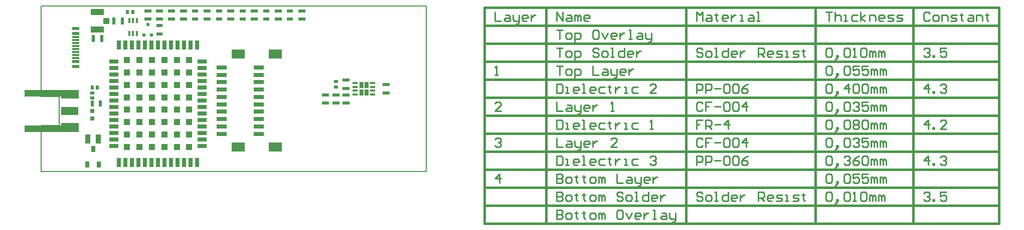
<source format=gtp>
G04*
G04 #@! TF.GenerationSoftware,Altium Limited,Altium Designer,23.10.1 (27)*
G04*
G04 Layer_Color=8421504*
%FSLAX44Y44*%
%MOMM*%
G71*
G04*
G04 #@! TF.SameCoordinates,12E47488-CEE1-414F-AB97-9C1FAA11A261*
G04*
G04*
G04 #@! TF.FilePolarity,Positive*
G04*
G01*
G75*
%ADD10C,0.2540*%
%ADD11C,0.2000*%
%ADD15C,0.3810*%
%ADD16R,1.1500X0.3000*%
%ADD17R,1.1500X0.6000*%
%ADD18R,1.8000X0.7000*%
%ADD19R,2.2000X1.6000*%
%ADD20R,0.8500X0.3500*%
%ADD21R,0.6500X1.0000*%
%ADD22R,2.9200X1.3500*%
%ADD23R,0.5000X0.6500*%
%ADD24R,0.6500X0.5000*%
%ADD25R,0.6000X0.6000*%
%ADD26R,1.2000X0.5500*%
%ADD27R,0.7000X0.8000*%
%ADD28R,0.5500X1.2000*%
%ADD29R,1.0000X0.5500*%
%ADD30R,1.5000X0.8000*%
%ADD31R,0.8000X1.5000*%
%ADD32R,1.1000X1.1000*%
%ADD33R,0.5500X1.0000*%
%ADD34R,0.8000X1.0000*%
%ADD35R,0.9000X1.5000*%
%ADD36R,0.3500X0.8500*%
%ADD37R,1.0500X1.0000*%
%ADD38R,2.2000X1.0500*%
G36*
X33800Y77750D02*
Y81650D01*
X63000D01*
Y67150D01*
X-28400D01*
Y77750D01*
X33800D01*
D02*
G37*
G36*
X63000Y137850D02*
Y123350D01*
X33800D01*
Y127250D01*
X-28400D01*
Y137850D01*
X63000D01*
D02*
G37*
D10*
X766007Y270185D02*
Y254950D01*
X776164D01*
X783781Y265107D02*
X788860D01*
X791399Y262568D01*
Y254950D01*
X783781D01*
X781242Y257489D01*
X783781Y260028D01*
X791399D01*
X796477Y265107D02*
Y257489D01*
X799016Y254950D01*
X806634D01*
Y252411D01*
X804095Y249872D01*
X801556D01*
X806634Y254950D02*
Y265107D01*
X819330Y254950D02*
X814251D01*
X811712Y257489D01*
Y262568D01*
X814251Y265107D01*
X819330D01*
X821869Y262568D01*
Y260028D01*
X811712D01*
X826947Y265107D02*
Y254950D01*
Y260028D01*
X829487Y262568D01*
X832026Y265107D01*
X834565D01*
X773625Y-19370D02*
Y-4135D01*
X766007Y-11753D01*
X776164D01*
X766007Y54286D02*
X768546Y56825D01*
X773625D01*
X776164Y54286D01*
Y51747D01*
X773625Y49208D01*
X771085D01*
X773625D01*
X776164Y46668D01*
Y44129D01*
X773625Y41590D01*
X768546D01*
X766007Y44129D01*
X776164Y102550D02*
X766007D01*
X776164Y112707D01*
Y115246D01*
X773625Y117785D01*
X768546D01*
X766007Y115246D01*
Y163510D02*
X771085D01*
X768546D01*
Y178745D01*
X766007Y176206D01*
X870125Y254950D02*
Y270185D01*
X880282Y254950D01*
Y270185D01*
X887899Y265107D02*
X892978D01*
X895517Y262568D01*
Y254950D01*
X887899D01*
X885360Y257489D01*
X887899Y260028D01*
X895517D01*
X900595Y254950D02*
Y265107D01*
X903134D01*
X905673Y262568D01*
Y254950D01*
Y262568D01*
X908213Y265107D01*
X910752Y262568D01*
Y254950D01*
X923448D02*
X918369D01*
X915830Y257489D01*
Y262568D01*
X918369Y265107D01*
X923448D01*
X925987Y262568D01*
Y260028D01*
X915830D01*
X870125Y-65095D02*
Y-80330D01*
X877742D01*
X880282Y-77791D01*
Y-75252D01*
X877742Y-72712D01*
X870125D01*
X877742D01*
X880282Y-70173D01*
Y-67634D01*
X877742Y-65095D01*
X870125D01*
X887899Y-80330D02*
X892978D01*
X895517Y-77791D01*
Y-72712D01*
X892978Y-70173D01*
X887899D01*
X885360Y-72712D01*
Y-77791D01*
X887899Y-80330D01*
X903134Y-67634D02*
Y-70173D01*
X900595D01*
X905673D01*
X903134D01*
Y-77791D01*
X905673Y-80330D01*
X915830Y-67634D02*
Y-70173D01*
X913291D01*
X918369D01*
X915830D01*
Y-77791D01*
X918369Y-80330D01*
X928526D02*
X933604D01*
X936143Y-77791D01*
Y-72712D01*
X933604Y-70173D01*
X928526D01*
X925987Y-72712D01*
Y-77791D01*
X928526Y-80330D01*
X941222D02*
Y-70173D01*
X943761D01*
X946300Y-72712D01*
Y-80330D01*
Y-72712D01*
X948839Y-70173D01*
X951379Y-72712D01*
Y-80330D01*
X979310Y-65095D02*
X974231D01*
X971692Y-67634D01*
Y-77791D01*
X974231Y-80330D01*
X979310D01*
X981849Y-77791D01*
Y-67634D01*
X979310Y-65095D01*
X986927Y-70173D02*
X992005Y-80330D01*
X997084Y-70173D01*
X1009780Y-80330D02*
X1004701D01*
X1002162Y-77791D01*
Y-72712D01*
X1004701Y-70173D01*
X1009780D01*
X1012319Y-72712D01*
Y-75252D01*
X1002162D01*
X1017397Y-70173D02*
Y-80330D01*
Y-75252D01*
X1019936Y-72712D01*
X1022476Y-70173D01*
X1025015D01*
X1032632Y-80330D02*
X1037711D01*
X1035172D01*
Y-65095D01*
X1032632D01*
X1047867Y-70173D02*
X1052946D01*
X1055485Y-72712D01*
Y-80330D01*
X1047867D01*
X1045328Y-77791D01*
X1047867Y-75252D01*
X1055485D01*
X1060563Y-70173D02*
Y-77791D01*
X1063102Y-80330D01*
X1070720D01*
Y-82869D01*
X1068181Y-85408D01*
X1065642D01*
X1070720Y-80330D02*
Y-70173D01*
X870125Y-34615D02*
Y-49850D01*
X877742D01*
X880282Y-47311D01*
Y-44772D01*
X877742Y-42232D01*
X870125D01*
X877742D01*
X880282Y-39693D01*
Y-37154D01*
X877742Y-34615D01*
X870125D01*
X887899Y-49850D02*
X892978D01*
X895517Y-47311D01*
Y-42232D01*
X892978Y-39693D01*
X887899D01*
X885360Y-42232D01*
Y-47311D01*
X887899Y-49850D01*
X903134Y-37154D02*
Y-39693D01*
X900595D01*
X905673D01*
X903134D01*
Y-47311D01*
X905673Y-49850D01*
X915830Y-37154D02*
Y-39693D01*
X913291D01*
X918369D01*
X915830D01*
Y-47311D01*
X918369Y-49850D01*
X928526D02*
X933604D01*
X936143Y-47311D01*
Y-42232D01*
X933604Y-39693D01*
X928526D01*
X925987Y-42232D01*
Y-47311D01*
X928526Y-49850D01*
X941222D02*
Y-39693D01*
X943761D01*
X946300Y-42232D01*
Y-49850D01*
Y-42232D01*
X948839Y-39693D01*
X951379Y-42232D01*
Y-49850D01*
X981849Y-37154D02*
X979310Y-34615D01*
X974231D01*
X971692Y-37154D01*
Y-39693D01*
X974231Y-42232D01*
X979310D01*
X981849Y-44772D01*
Y-47311D01*
X979310Y-49850D01*
X974231D01*
X971692Y-47311D01*
X989466Y-49850D02*
X994545D01*
X997084Y-47311D01*
Y-42232D01*
X994545Y-39693D01*
X989466D01*
X986927Y-42232D01*
Y-47311D01*
X989466Y-49850D01*
X1002162D02*
X1007241D01*
X1004701D01*
Y-34615D01*
X1002162D01*
X1025015D02*
Y-49850D01*
X1017397D01*
X1014858Y-47311D01*
Y-42232D01*
X1017397Y-39693D01*
X1025015D01*
X1037711Y-49850D02*
X1032632D01*
X1030093Y-47311D01*
Y-42232D01*
X1032632Y-39693D01*
X1037711D01*
X1040250Y-42232D01*
Y-44772D01*
X1030093D01*
X1045328Y-39693D02*
Y-49850D01*
Y-44772D01*
X1047867Y-42232D01*
X1050407Y-39693D01*
X1052946D01*
X870125Y-4135D02*
Y-19370D01*
X877742D01*
X880282Y-16831D01*
Y-14292D01*
X877742Y-11753D01*
X870125D01*
X877742D01*
X880282Y-9213D01*
Y-6674D01*
X877742Y-4135D01*
X870125D01*
X887899Y-19370D02*
X892978D01*
X895517Y-16831D01*
Y-11753D01*
X892978Y-9213D01*
X887899D01*
X885360Y-11753D01*
Y-16831D01*
X887899Y-19370D01*
X903134Y-6674D02*
Y-9213D01*
X900595D01*
X905673D01*
X903134D01*
Y-16831D01*
X905673Y-19370D01*
X915830Y-6674D02*
Y-9213D01*
X913291D01*
X918369D01*
X915830D01*
Y-16831D01*
X918369Y-19370D01*
X928526D02*
X933604D01*
X936143Y-16831D01*
Y-11753D01*
X933604Y-9213D01*
X928526D01*
X925987Y-11753D01*
Y-16831D01*
X928526Y-19370D01*
X941222D02*
Y-9213D01*
X943761D01*
X946300Y-11753D01*
Y-19370D01*
Y-11753D01*
X948839Y-9213D01*
X951379Y-11753D01*
Y-19370D01*
X971692Y-4135D02*
Y-19370D01*
X981849D01*
X989466Y-9213D02*
X994545D01*
X997084Y-11753D01*
Y-19370D01*
X989466D01*
X986927Y-16831D01*
X989466Y-14292D01*
X997084D01*
X1002162Y-9213D02*
Y-16831D01*
X1004701Y-19370D01*
X1012319D01*
Y-21909D01*
X1009780Y-24448D01*
X1007241D01*
X1012319Y-19370D02*
Y-9213D01*
X1025015Y-19370D02*
X1019936D01*
X1017397Y-16831D01*
Y-11753D01*
X1019936Y-9213D01*
X1025015D01*
X1027554Y-11753D01*
Y-14292D01*
X1017397D01*
X1032632Y-9213D02*
Y-19370D01*
Y-14292D01*
X1035172Y-11753D01*
X1037711Y-9213D01*
X1040250D01*
X870125Y26345D02*
Y11110D01*
X877742D01*
X880282Y13649D01*
Y23806D01*
X877742Y26345D01*
X870125D01*
X885360Y11110D02*
X890438D01*
X887899D01*
Y21267D01*
X885360D01*
X905673Y11110D02*
X900595D01*
X898056Y13649D01*
Y18728D01*
X900595Y21267D01*
X905673D01*
X908213Y18728D01*
Y16188D01*
X898056D01*
X913291Y11110D02*
X918369D01*
X915830D01*
Y26345D01*
X913291D01*
X933604Y11110D02*
X928526D01*
X925987Y13649D01*
Y18728D01*
X928526Y21267D01*
X933604D01*
X936143Y18728D01*
Y16188D01*
X925987D01*
X951379Y21267D02*
X943761D01*
X941222Y18728D01*
Y13649D01*
X943761Y11110D01*
X951379D01*
X958996Y23806D02*
Y21267D01*
X956457D01*
X961535D01*
X958996D01*
Y13649D01*
X961535Y11110D01*
X969153Y21267D02*
Y11110D01*
Y16188D01*
X971692Y18728D01*
X974231Y21267D01*
X976770D01*
X984388Y11110D02*
X989466D01*
X986927D01*
Y21267D01*
X984388D01*
X1007241D02*
X999623D01*
X997084Y18728D01*
Y13649D01*
X999623Y11110D01*
X1007241D01*
X1027554Y23806D02*
X1030093Y26345D01*
X1035172D01*
X1037711Y23806D01*
Y21267D01*
X1035172Y18728D01*
X1032632D01*
X1035172D01*
X1037711Y16188D01*
Y13649D01*
X1035172Y11110D01*
X1030093D01*
X1027554Y13649D01*
X870125Y56825D02*
Y41590D01*
X880282D01*
X887899Y51747D02*
X892978D01*
X895517Y49208D01*
Y41590D01*
X887899D01*
X885360Y44129D01*
X887899Y46668D01*
X895517D01*
X900595Y51747D02*
Y44129D01*
X903134Y41590D01*
X910752D01*
Y39051D01*
X908213Y36512D01*
X905673D01*
X910752Y41590D02*
Y51747D01*
X923448Y41590D02*
X918369D01*
X915830Y44129D01*
Y49208D01*
X918369Y51747D01*
X923448D01*
X925987Y49208D01*
Y46668D01*
X915830D01*
X931065Y51747D02*
Y41590D01*
Y46668D01*
X933604Y49208D01*
X936143Y51747D01*
X938683D01*
X971692Y41590D02*
X961535D01*
X971692Y51747D01*
Y54286D01*
X969153Y56825D01*
X964074D01*
X961535Y54286D01*
X870125Y87305D02*
Y72070D01*
X877742D01*
X880282Y74609D01*
Y84766D01*
X877742Y87305D01*
X870125D01*
X885360Y72070D02*
X890438D01*
X887899D01*
Y82227D01*
X885360D01*
X905673Y72070D02*
X900595D01*
X898056Y74609D01*
Y79688D01*
X900595Y82227D01*
X905673D01*
X908213Y79688D01*
Y77148D01*
X898056D01*
X913291Y72070D02*
X918369D01*
X915830D01*
Y87305D01*
X913291D01*
X933604Y72070D02*
X928526D01*
X925987Y74609D01*
Y79688D01*
X928526Y82227D01*
X933604D01*
X936143Y79688D01*
Y77148D01*
X925987D01*
X951379Y82227D02*
X943761D01*
X941222Y79688D01*
Y74609D01*
X943761Y72070D01*
X951379D01*
X958996Y84766D02*
Y82227D01*
X956457D01*
X961535D01*
X958996D01*
Y74609D01*
X961535Y72070D01*
X969153Y82227D02*
Y72070D01*
Y77148D01*
X971692Y79688D01*
X974231Y82227D01*
X976770D01*
X984388Y72070D02*
X989466D01*
X986927D01*
Y82227D01*
X984388D01*
X1007241D02*
X999623D01*
X997084Y79688D01*
Y74609D01*
X999623Y72070D01*
X1007241D01*
X1027554D02*
X1032632D01*
X1030093D01*
Y87305D01*
X1027554Y84766D01*
X870125Y117785D02*
Y102550D01*
X880282D01*
X887899Y112707D02*
X892978D01*
X895517Y110168D01*
Y102550D01*
X887899D01*
X885360Y105089D01*
X887899Y107628D01*
X895517D01*
X900595Y112707D02*
Y105089D01*
X903134Y102550D01*
X910752D01*
Y100011D01*
X908213Y97472D01*
X905673D01*
X910752Y102550D02*
Y112707D01*
X923448Y102550D02*
X918369D01*
X915830Y105089D01*
Y110168D01*
X918369Y112707D01*
X923448D01*
X925987Y110168D01*
Y107628D01*
X915830D01*
X931065Y112707D02*
Y102550D01*
Y107628D01*
X933604Y110168D01*
X936143Y112707D01*
X938683D01*
X961535Y102550D02*
X966614D01*
X964074D01*
Y117785D01*
X961535Y115246D01*
X870125Y148265D02*
Y133030D01*
X877742D01*
X880282Y135569D01*
Y145726D01*
X877742Y148265D01*
X870125D01*
X885360Y133030D02*
X890438D01*
X887899D01*
Y143187D01*
X885360D01*
X905673Y133030D02*
X900595D01*
X898056Y135569D01*
Y140647D01*
X900595Y143187D01*
X905673D01*
X908213Y140647D01*
Y138108D01*
X898056D01*
X913291Y133030D02*
X918369D01*
X915830D01*
Y148265D01*
X913291D01*
X933604Y133030D02*
X928526D01*
X925987Y135569D01*
Y140647D01*
X928526Y143187D01*
X933604D01*
X936143Y140647D01*
Y138108D01*
X925987D01*
X951379Y143187D02*
X943761D01*
X941222Y140647D01*
Y135569D01*
X943761Y133030D01*
X951379D01*
X958996Y145726D02*
Y143187D01*
X956457D01*
X961535D01*
X958996D01*
Y135569D01*
X961535Y133030D01*
X969153Y143187D02*
Y133030D01*
Y138108D01*
X971692Y140647D01*
X974231Y143187D01*
X976770D01*
X984388Y133030D02*
X989466D01*
X986927D01*
Y143187D01*
X984388D01*
X1007241D02*
X999623D01*
X997084Y140647D01*
Y135569D01*
X999623Y133030D01*
X1007241D01*
X1037711D02*
X1027554D01*
X1037711Y143187D01*
Y145726D01*
X1035172Y148265D01*
X1030093D01*
X1027554Y145726D01*
X870125Y178745D02*
X880282D01*
X875203D01*
Y163510D01*
X887899D02*
X892978D01*
X895517Y166049D01*
Y171127D01*
X892978Y173667D01*
X887899D01*
X885360Y171127D01*
Y166049D01*
X887899Y163510D01*
X900595Y158432D02*
Y173667D01*
X908213D01*
X910752Y171127D01*
Y166049D01*
X908213Y163510D01*
X900595D01*
X931065Y178745D02*
Y163510D01*
X941222D01*
X948839Y173667D02*
X953918D01*
X956457Y171127D01*
Y163510D01*
X948839D01*
X946300Y166049D01*
X948839Y168588D01*
X956457D01*
X961535Y173667D02*
Y166049D01*
X964074Y163510D01*
X971692D01*
Y160971D01*
X969153Y158432D01*
X966614D01*
X971692Y163510D02*
Y173667D01*
X984388Y163510D02*
X979310D01*
X976770Y166049D01*
Y171127D01*
X979310Y173667D01*
X984388D01*
X986927Y171127D01*
Y168588D01*
X976770D01*
X992005Y173667D02*
Y163510D01*
Y168588D01*
X994545Y171127D01*
X997084Y173667D01*
X999623D01*
X870125Y209225D02*
X880282D01*
X875203D01*
Y193990D01*
X887899D02*
X892978D01*
X895517Y196529D01*
Y201607D01*
X892978Y204147D01*
X887899D01*
X885360Y201607D01*
Y196529D01*
X887899Y193990D01*
X900595Y188912D02*
Y204147D01*
X908213D01*
X910752Y201607D01*
Y196529D01*
X908213Y193990D01*
X900595D01*
X941222Y206686D02*
X938683Y209225D01*
X933604D01*
X931065Y206686D01*
Y204147D01*
X933604Y201607D01*
X938683D01*
X941222Y199068D01*
Y196529D01*
X938683Y193990D01*
X933604D01*
X931065Y196529D01*
X948839Y193990D02*
X953918D01*
X956457Y196529D01*
Y201607D01*
X953918Y204147D01*
X948839D01*
X946300Y201607D01*
Y196529D01*
X948839Y193990D01*
X961535D02*
X966614D01*
X964074D01*
Y209225D01*
X961535D01*
X984388D02*
Y193990D01*
X976770D01*
X974231Y196529D01*
Y201607D01*
X976770Y204147D01*
X984388D01*
X997084Y193990D02*
X992005D01*
X989466Y196529D01*
Y201607D01*
X992005Y204147D01*
X997084D01*
X999623Y201607D01*
Y199068D01*
X989466D01*
X1004701Y204147D02*
Y193990D01*
Y199068D01*
X1007241Y201607D01*
X1009780Y204147D01*
X1012319D01*
X870125Y239705D02*
X880282D01*
X875203D01*
Y224470D01*
X887899D02*
X892978D01*
X895517Y227009D01*
Y232087D01*
X892978Y234627D01*
X887899D01*
X885360Y232087D01*
Y227009D01*
X887899Y224470D01*
X900595Y219392D02*
Y234627D01*
X908213D01*
X910752Y232087D01*
Y227009D01*
X908213Y224470D01*
X900595D01*
X938683Y239705D02*
X933604D01*
X931065Y237166D01*
Y227009D01*
X933604Y224470D01*
X938683D01*
X941222Y227009D01*
Y237166D01*
X938683Y239705D01*
X946300Y234627D02*
X951379Y224470D01*
X956457Y234627D01*
X969153Y224470D02*
X964074D01*
X961535Y227009D01*
Y232087D01*
X964074Y234627D01*
X969153D01*
X971692Y232087D01*
Y229548D01*
X961535D01*
X976770Y234627D02*
Y224470D01*
Y229548D01*
X979310Y232087D01*
X981849Y234627D01*
X984388D01*
X992005Y224470D02*
X997084D01*
X994545D01*
Y239705D01*
X992005D01*
X1007241Y234627D02*
X1012319D01*
X1014858Y232087D01*
Y224470D01*
X1007241D01*
X1004701Y227009D01*
X1007241Y229548D01*
X1014858D01*
X1019936Y234627D02*
Y227009D01*
X1022476Y224470D01*
X1030093D01*
Y221931D01*
X1027554Y219392D01*
X1025015D01*
X1030093Y224470D02*
Y234627D01*
X1106280Y254950D02*
Y270185D01*
X1111358Y265107D01*
X1116437Y270185D01*
Y254950D01*
X1124054Y265107D02*
X1129133D01*
X1131672Y262568D01*
Y254950D01*
X1124054D01*
X1121515Y257489D01*
X1124054Y260028D01*
X1131672D01*
X1139289Y267646D02*
Y265107D01*
X1136750D01*
X1141829D01*
X1139289D01*
Y257489D01*
X1141829Y254950D01*
X1157064D02*
X1151985D01*
X1149446Y257489D01*
Y262568D01*
X1151985Y265107D01*
X1157064D01*
X1159603Y262568D01*
Y260028D01*
X1149446D01*
X1164681Y265107D02*
Y254950D01*
Y260028D01*
X1167220Y262568D01*
X1169760Y265107D01*
X1172299D01*
X1179916Y254950D02*
X1184995D01*
X1182455D01*
Y265107D01*
X1179916D01*
X1195151D02*
X1200230D01*
X1202769Y262568D01*
Y254950D01*
X1195151D01*
X1192612Y257489D01*
X1195151Y260028D01*
X1202769D01*
X1207847Y254950D02*
X1212925D01*
X1210386D01*
Y270185D01*
X1207847D01*
X1116437Y-37154D02*
X1113897Y-34615D01*
X1108819D01*
X1106280Y-37154D01*
Y-39693D01*
X1108819Y-42232D01*
X1113897D01*
X1116437Y-44772D01*
Y-47311D01*
X1113897Y-49850D01*
X1108819D01*
X1106280Y-47311D01*
X1124054Y-49850D02*
X1129133D01*
X1131672Y-47311D01*
Y-42232D01*
X1129133Y-39693D01*
X1124054D01*
X1121515Y-42232D01*
Y-47311D01*
X1124054Y-49850D01*
X1136750D02*
X1141829D01*
X1139289D01*
Y-34615D01*
X1136750D01*
X1159603D02*
Y-49850D01*
X1151985D01*
X1149446Y-47311D01*
Y-42232D01*
X1151985Y-39693D01*
X1159603D01*
X1172299Y-49850D02*
X1167220D01*
X1164681Y-47311D01*
Y-42232D01*
X1167220Y-39693D01*
X1172299D01*
X1174838Y-42232D01*
Y-44772D01*
X1164681D01*
X1179916Y-39693D02*
Y-49850D01*
Y-44772D01*
X1182455Y-42232D01*
X1184995Y-39693D01*
X1187534D01*
X1210386Y-49850D02*
Y-34615D01*
X1218004D01*
X1220543Y-37154D01*
Y-42232D01*
X1218004Y-44772D01*
X1210386D01*
X1215465D02*
X1220543Y-49850D01*
X1233239D02*
X1228161D01*
X1225621Y-47311D01*
Y-42232D01*
X1228161Y-39693D01*
X1233239D01*
X1235778Y-42232D01*
Y-44772D01*
X1225621D01*
X1240856Y-49850D02*
X1248474D01*
X1251013Y-47311D01*
X1248474Y-44772D01*
X1243396D01*
X1240856Y-42232D01*
X1243396Y-39693D01*
X1251013D01*
X1256092Y-49850D02*
X1261170D01*
X1258631D01*
Y-39693D01*
X1256092D01*
X1268787Y-49850D02*
X1276405D01*
X1278944Y-47311D01*
X1276405Y-44772D01*
X1271327D01*
X1268787Y-42232D01*
X1271327Y-39693D01*
X1278944D01*
X1286562Y-37154D02*
Y-39693D01*
X1284023D01*
X1289101D01*
X1286562D01*
Y-47311D01*
X1289101Y-49850D01*
X1106280Y11110D02*
Y26345D01*
X1113897D01*
X1116437Y23806D01*
Y18728D01*
X1113897Y16188D01*
X1106280D01*
X1121515Y11110D02*
Y26345D01*
X1129133D01*
X1131672Y23806D01*
Y18728D01*
X1129133Y16188D01*
X1121515D01*
X1136750Y18728D02*
X1146907D01*
X1151985Y23806D02*
X1154524Y26345D01*
X1159603D01*
X1162142Y23806D01*
Y13649D01*
X1159603Y11110D01*
X1154524D01*
X1151985Y13649D01*
Y23806D01*
X1167220D02*
X1169760Y26345D01*
X1174838D01*
X1177377Y23806D01*
Y13649D01*
X1174838Y11110D01*
X1169760D01*
X1167220Y13649D01*
Y23806D01*
X1192612Y26345D02*
X1187534Y23806D01*
X1182455Y18728D01*
Y13649D01*
X1184995Y11110D01*
X1190073D01*
X1192612Y13649D01*
Y16188D01*
X1190073Y18728D01*
X1182455D01*
X1116437Y54286D02*
X1113897Y56825D01*
X1108819D01*
X1106280Y54286D01*
Y44129D01*
X1108819Y41590D01*
X1113897D01*
X1116437Y44129D01*
X1131672Y56825D02*
X1121515D01*
Y49208D01*
X1126593D01*
X1121515D01*
Y41590D01*
X1136750Y49208D02*
X1146907D01*
X1151985Y54286D02*
X1154524Y56825D01*
X1159603D01*
X1162142Y54286D01*
Y44129D01*
X1159603Y41590D01*
X1154524D01*
X1151985Y44129D01*
Y54286D01*
X1167220D02*
X1169760Y56825D01*
X1174838D01*
X1177377Y54286D01*
Y44129D01*
X1174838Y41590D01*
X1169760D01*
X1167220Y44129D01*
Y54286D01*
X1190073Y41590D02*
Y56825D01*
X1182455Y49208D01*
X1192612D01*
X1116437Y87305D02*
X1106280D01*
Y79688D01*
X1111358D01*
X1106280D01*
Y72070D01*
X1121515D02*
Y87305D01*
X1129133D01*
X1131672Y84766D01*
Y79688D01*
X1129133Y77148D01*
X1121515D01*
X1126593D02*
X1131672Y72070D01*
X1136750Y79688D02*
X1146907D01*
X1159603Y72070D02*
Y87305D01*
X1151985Y79688D01*
X1162142D01*
X1116437Y115246D02*
X1113897Y117785D01*
X1108819D01*
X1106280Y115246D01*
Y105089D01*
X1108819Y102550D01*
X1113897D01*
X1116437Y105089D01*
X1131672Y117785D02*
X1121515D01*
Y110168D01*
X1126593D01*
X1121515D01*
Y102550D01*
X1136750Y110168D02*
X1146907D01*
X1151985Y115246D02*
X1154524Y117785D01*
X1159603D01*
X1162142Y115246D01*
Y105089D01*
X1159603Y102550D01*
X1154524D01*
X1151985Y105089D01*
Y115246D01*
X1167220D02*
X1169760Y117785D01*
X1174838D01*
X1177377Y115246D01*
Y105089D01*
X1174838Y102550D01*
X1169760D01*
X1167220Y105089D01*
Y115246D01*
X1190073Y102550D02*
Y117785D01*
X1182455Y110168D01*
X1192612D01*
X1106280Y133030D02*
Y148265D01*
X1113897D01*
X1116437Y145726D01*
Y140647D01*
X1113897Y138108D01*
X1106280D01*
X1121515Y133030D02*
Y148265D01*
X1129133D01*
X1131672Y145726D01*
Y140647D01*
X1129133Y138108D01*
X1121515D01*
X1136750Y140647D02*
X1146907D01*
X1151985Y145726D02*
X1154524Y148265D01*
X1159603D01*
X1162142Y145726D01*
Y135569D01*
X1159603Y133030D01*
X1154524D01*
X1151985Y135569D01*
Y145726D01*
X1167220D02*
X1169760Y148265D01*
X1174838D01*
X1177377Y145726D01*
Y135569D01*
X1174838Y133030D01*
X1169760D01*
X1167220Y135569D01*
Y145726D01*
X1192612Y148265D02*
X1187534Y145726D01*
X1182455Y140647D01*
Y135569D01*
X1184995Y133030D01*
X1190073D01*
X1192612Y135569D01*
Y138108D01*
X1190073Y140647D01*
X1182455D01*
X1116437Y206686D02*
X1113897Y209225D01*
X1108819D01*
X1106280Y206686D01*
Y204147D01*
X1108819Y201607D01*
X1113897D01*
X1116437Y199068D01*
Y196529D01*
X1113897Y193990D01*
X1108819D01*
X1106280Y196529D01*
X1124054Y193990D02*
X1129133D01*
X1131672Y196529D01*
Y201607D01*
X1129133Y204147D01*
X1124054D01*
X1121515Y201607D01*
Y196529D01*
X1124054Y193990D01*
X1136750D02*
X1141829D01*
X1139289D01*
Y209225D01*
X1136750D01*
X1159603D02*
Y193990D01*
X1151985D01*
X1149446Y196529D01*
Y201607D01*
X1151985Y204147D01*
X1159603D01*
X1172299Y193990D02*
X1167220D01*
X1164681Y196529D01*
Y201607D01*
X1167220Y204147D01*
X1172299D01*
X1174838Y201607D01*
Y199068D01*
X1164681D01*
X1179916Y204147D02*
Y193990D01*
Y199068D01*
X1182455Y201607D01*
X1184995Y204147D01*
X1187534D01*
X1210386Y193990D02*
Y209225D01*
X1218004D01*
X1220543Y206686D01*
Y201607D01*
X1218004Y199068D01*
X1210386D01*
X1215465D02*
X1220543Y193990D01*
X1233239D02*
X1228161D01*
X1225621Y196529D01*
Y201607D01*
X1228161Y204147D01*
X1233239D01*
X1235778Y201607D01*
Y199068D01*
X1225621D01*
X1240856Y193990D02*
X1248474D01*
X1251013Y196529D01*
X1248474Y199068D01*
X1243396D01*
X1240856Y201607D01*
X1243396Y204147D01*
X1251013D01*
X1256092Y193990D02*
X1261170D01*
X1258631D01*
Y204147D01*
X1256092D01*
X1268787Y193990D02*
X1276405D01*
X1278944Y196529D01*
X1276405Y199068D01*
X1271327D01*
X1268787Y201607D01*
X1271327Y204147D01*
X1278944D01*
X1286562Y206686D02*
Y204147D01*
X1284023D01*
X1289101D01*
X1286562D01*
Y196529D01*
X1289101Y193990D01*
X1324661Y270185D02*
X1334818D01*
X1329739D01*
Y254950D01*
X1339896Y270185D02*
Y254950D01*
Y262568D01*
X1342435Y265107D01*
X1347513D01*
X1350053Y262568D01*
Y254950D01*
X1355131D02*
X1360209D01*
X1357670D01*
Y265107D01*
X1355131D01*
X1377984D02*
X1370366D01*
X1367827Y262568D01*
Y257489D01*
X1370366Y254950D01*
X1377984D01*
X1383062D02*
Y270185D01*
Y260028D02*
X1390679Y265107D01*
X1383062Y260028D02*
X1390679Y254950D01*
X1398297D02*
Y265107D01*
X1405915D01*
X1408454Y262568D01*
Y254950D01*
X1421150D02*
X1416071D01*
X1413532Y257489D01*
Y262568D01*
X1416071Y265107D01*
X1421150D01*
X1423689Y262568D01*
Y260028D01*
X1413532D01*
X1428767Y254950D02*
X1436385D01*
X1438924Y257489D01*
X1436385Y260028D01*
X1431306D01*
X1428767Y262568D01*
X1431306Y265107D01*
X1438924D01*
X1444002Y254950D02*
X1451620D01*
X1454159Y257489D01*
X1451620Y260028D01*
X1446541D01*
X1444002Y262568D01*
X1446541Y265107D01*
X1454159D01*
X1324661Y-37154D02*
X1327200Y-34615D01*
X1332278D01*
X1334818Y-37154D01*
Y-47311D01*
X1332278Y-49850D01*
X1327200D01*
X1324661Y-47311D01*
Y-37154D01*
X1342435Y-52389D02*
X1344974Y-49850D01*
Y-47311D01*
X1342435D01*
Y-49850D01*
X1344974D01*
X1342435Y-52389D01*
X1339896Y-54928D01*
X1355131Y-37154D02*
X1357670Y-34615D01*
X1362749D01*
X1365288Y-37154D01*
Y-47311D01*
X1362749Y-49850D01*
X1357670D01*
X1355131Y-47311D01*
Y-37154D01*
X1370366Y-49850D02*
X1375444D01*
X1372905D01*
Y-34615D01*
X1370366Y-37154D01*
X1383062D02*
X1385601Y-34615D01*
X1390679D01*
X1393219Y-37154D01*
Y-47311D01*
X1390679Y-49850D01*
X1385601D01*
X1383062Y-47311D01*
Y-37154D01*
X1398297Y-49850D02*
Y-39693D01*
X1400836D01*
X1403375Y-42232D01*
Y-49850D01*
Y-42232D01*
X1405915Y-39693D01*
X1408454Y-42232D01*
Y-49850D01*
X1413532D02*
Y-39693D01*
X1416071D01*
X1418610Y-42232D01*
Y-49850D01*
Y-42232D01*
X1421150Y-39693D01*
X1423689Y-42232D01*
Y-49850D01*
X1324661Y-6674D02*
X1327200Y-4135D01*
X1332278D01*
X1334818Y-6674D01*
Y-16831D01*
X1332278Y-19370D01*
X1327200D01*
X1324661Y-16831D01*
Y-6674D01*
X1342435Y-21909D02*
X1344974Y-19370D01*
Y-16831D01*
X1342435D01*
Y-19370D01*
X1344974D01*
X1342435Y-21909D01*
X1339896Y-24448D01*
X1355131Y-6674D02*
X1357670Y-4135D01*
X1362749D01*
X1365288Y-6674D01*
Y-16831D01*
X1362749Y-19370D01*
X1357670D01*
X1355131Y-16831D01*
Y-6674D01*
X1380523Y-4135D02*
X1370366D01*
Y-11753D01*
X1375444Y-9213D01*
X1377984D01*
X1380523Y-11753D01*
Y-16831D01*
X1377984Y-19370D01*
X1372905D01*
X1370366Y-16831D01*
X1395758Y-4135D02*
X1385601D01*
Y-11753D01*
X1390679Y-9213D01*
X1393219D01*
X1395758Y-11753D01*
Y-16831D01*
X1393219Y-19370D01*
X1388140D01*
X1385601Y-16831D01*
X1400836Y-19370D02*
Y-9213D01*
X1403375D01*
X1405915Y-11753D01*
Y-19370D01*
Y-11753D01*
X1408454Y-9213D01*
X1410993Y-11753D01*
Y-19370D01*
X1416071D02*
Y-9213D01*
X1418611D01*
X1421150Y-11753D01*
Y-19370D01*
Y-11753D01*
X1423689Y-9213D01*
X1426228Y-11753D01*
Y-19370D01*
X1324661Y23806D02*
X1327200Y26345D01*
X1332278D01*
X1334818Y23806D01*
Y13649D01*
X1332278Y11110D01*
X1327200D01*
X1324661Y13649D01*
Y23806D01*
X1342435Y8571D02*
X1344974Y11110D01*
Y13649D01*
X1342435D01*
Y11110D01*
X1344974D01*
X1342435Y8571D01*
X1339896Y6032D01*
X1355131Y23806D02*
X1357670Y26345D01*
X1362749D01*
X1365288Y23806D01*
Y21267D01*
X1362749Y18728D01*
X1360209D01*
X1362749D01*
X1365288Y16188D01*
Y13649D01*
X1362749Y11110D01*
X1357670D01*
X1355131Y13649D01*
X1380523Y26345D02*
X1375444Y23806D01*
X1370366Y18728D01*
Y13649D01*
X1372905Y11110D01*
X1377984D01*
X1380523Y13649D01*
Y16188D01*
X1377984Y18728D01*
X1370366D01*
X1385601Y23806D02*
X1388140Y26345D01*
X1393219D01*
X1395758Y23806D01*
Y13649D01*
X1393219Y11110D01*
X1388140D01*
X1385601Y13649D01*
Y23806D01*
X1400836Y11110D02*
Y21267D01*
X1403375D01*
X1405915Y18728D01*
Y11110D01*
Y18728D01*
X1408454Y21267D01*
X1410993Y18728D01*
Y11110D01*
X1416071D02*
Y21267D01*
X1418611D01*
X1421150Y18728D01*
Y11110D01*
Y18728D01*
X1423689Y21267D01*
X1426228Y18728D01*
Y11110D01*
X1324661Y54286D02*
X1327200Y56825D01*
X1332278D01*
X1334818Y54286D01*
Y44129D01*
X1332278Y41590D01*
X1327200D01*
X1324661Y44129D01*
Y54286D01*
X1342435Y39051D02*
X1344974Y41590D01*
Y44129D01*
X1342435D01*
Y41590D01*
X1344974D01*
X1342435Y39051D01*
X1339896Y36512D01*
X1355131Y54286D02*
X1357670Y56825D01*
X1362749D01*
X1365288Y54286D01*
Y44129D01*
X1362749Y41590D01*
X1357670D01*
X1355131Y44129D01*
Y54286D01*
X1370366D02*
X1372905Y56825D01*
X1377984D01*
X1380523Y54286D01*
Y51747D01*
X1377984Y49208D01*
X1375444D01*
X1377984D01*
X1380523Y46668D01*
Y44129D01*
X1377984Y41590D01*
X1372905D01*
X1370366Y44129D01*
X1395758Y56825D02*
X1385601D01*
Y49208D01*
X1390679Y51747D01*
X1393219D01*
X1395758Y49208D01*
Y44129D01*
X1393219Y41590D01*
X1388140D01*
X1385601Y44129D01*
X1400836Y41590D02*
Y51747D01*
X1403375D01*
X1405915Y49208D01*
Y41590D01*
Y49208D01*
X1408454Y51747D01*
X1410993Y49208D01*
Y41590D01*
X1416071D02*
Y51747D01*
X1418611D01*
X1421150Y49208D01*
Y41590D01*
Y49208D01*
X1423689Y51747D01*
X1426228Y49208D01*
Y41590D01*
X1324661Y84766D02*
X1327200Y87305D01*
X1332278D01*
X1334818Y84766D01*
Y74609D01*
X1332278Y72070D01*
X1327200D01*
X1324661Y74609D01*
Y84766D01*
X1342435Y69531D02*
X1344974Y72070D01*
Y74609D01*
X1342435D01*
Y72070D01*
X1344974D01*
X1342435Y69531D01*
X1339896Y66992D01*
X1355131Y84766D02*
X1357670Y87305D01*
X1362749D01*
X1365288Y84766D01*
Y74609D01*
X1362749Y72070D01*
X1357670D01*
X1355131Y74609D01*
Y84766D01*
X1370366D02*
X1372905Y87305D01*
X1377984D01*
X1380523Y84766D01*
Y82227D01*
X1377984Y79688D01*
X1380523Y77148D01*
Y74609D01*
X1377984Y72070D01*
X1372905D01*
X1370366Y74609D01*
Y77148D01*
X1372905Y79688D01*
X1370366Y82227D01*
Y84766D01*
X1372905Y79688D02*
X1377984D01*
X1385601Y84766D02*
X1388140Y87305D01*
X1393219D01*
X1395758Y84766D01*
Y74609D01*
X1393219Y72070D01*
X1388140D01*
X1385601Y74609D01*
Y84766D01*
X1400836Y72070D02*
Y82227D01*
X1403375D01*
X1405915Y79688D01*
Y72070D01*
Y79688D01*
X1408454Y82227D01*
X1410993Y79688D01*
Y72070D01*
X1416071D02*
Y82227D01*
X1418611D01*
X1421150Y79688D01*
Y72070D01*
Y79688D01*
X1423689Y82227D01*
X1426228Y79688D01*
Y72070D01*
X1324661Y115246D02*
X1327200Y117785D01*
X1332278D01*
X1334818Y115246D01*
Y105089D01*
X1332278Y102550D01*
X1327200D01*
X1324661Y105089D01*
Y115246D01*
X1342435Y100011D02*
X1344974Y102550D01*
Y105089D01*
X1342435D01*
Y102550D01*
X1344974D01*
X1342435Y100011D01*
X1339896Y97472D01*
X1355131Y115246D02*
X1357670Y117785D01*
X1362749D01*
X1365288Y115246D01*
Y105089D01*
X1362749Y102550D01*
X1357670D01*
X1355131Y105089D01*
Y115246D01*
X1370366D02*
X1372905Y117785D01*
X1377984D01*
X1380523Y115246D01*
Y112707D01*
X1377984Y110168D01*
X1375444D01*
X1377984D01*
X1380523Y107628D01*
Y105089D01*
X1377984Y102550D01*
X1372905D01*
X1370366Y105089D01*
X1395758Y117785D02*
X1385601D01*
Y110168D01*
X1390679Y112707D01*
X1393219D01*
X1395758Y110168D01*
Y105089D01*
X1393219Y102550D01*
X1388140D01*
X1385601Y105089D01*
X1400836Y102550D02*
Y112707D01*
X1403375D01*
X1405915Y110168D01*
Y102550D01*
Y110168D01*
X1408454Y112707D01*
X1410993Y110168D01*
Y102550D01*
X1416071D02*
Y112707D01*
X1418611D01*
X1421150Y110168D01*
Y102550D01*
Y110168D01*
X1423689Y112707D01*
X1426228Y110168D01*
Y102550D01*
X1324661Y145726D02*
X1327200Y148265D01*
X1332278D01*
X1334818Y145726D01*
Y135569D01*
X1332278Y133030D01*
X1327200D01*
X1324661Y135569D01*
Y145726D01*
X1342435Y130491D02*
X1344974Y133030D01*
Y135569D01*
X1342435D01*
Y133030D01*
X1344974D01*
X1342435Y130491D01*
X1339896Y127952D01*
X1362749Y133030D02*
Y148265D01*
X1355131Y140647D01*
X1365288D01*
X1370366Y145726D02*
X1372905Y148265D01*
X1377984D01*
X1380523Y145726D01*
Y135569D01*
X1377984Y133030D01*
X1372905D01*
X1370366Y135569D01*
Y145726D01*
X1385601D02*
X1388140Y148265D01*
X1393219D01*
X1395758Y145726D01*
Y135569D01*
X1393219Y133030D01*
X1388140D01*
X1385601Y135569D01*
Y145726D01*
X1400836Y133030D02*
Y143187D01*
X1403375D01*
X1405915Y140647D01*
Y133030D01*
Y140647D01*
X1408454Y143187D01*
X1410993Y140647D01*
Y133030D01*
X1416071D02*
Y143187D01*
X1418611D01*
X1421150Y140647D01*
Y133030D01*
Y140647D01*
X1423689Y143187D01*
X1426228Y140647D01*
Y133030D01*
X1324661Y176206D02*
X1327200Y178745D01*
X1332278D01*
X1334818Y176206D01*
Y166049D01*
X1332278Y163510D01*
X1327200D01*
X1324661Y166049D01*
Y176206D01*
X1342435Y160971D02*
X1344974Y163510D01*
Y166049D01*
X1342435D01*
Y163510D01*
X1344974D01*
X1342435Y160971D01*
X1339896Y158432D01*
X1355131Y176206D02*
X1357670Y178745D01*
X1362749D01*
X1365288Y176206D01*
Y166049D01*
X1362749Y163510D01*
X1357670D01*
X1355131Y166049D01*
Y176206D01*
X1380523Y178745D02*
X1370366D01*
Y171127D01*
X1375444Y173667D01*
X1377984D01*
X1380523Y171127D01*
Y166049D01*
X1377984Y163510D01*
X1372905D01*
X1370366Y166049D01*
X1395758Y178745D02*
X1385601D01*
Y171127D01*
X1390679Y173667D01*
X1393219D01*
X1395758Y171127D01*
Y166049D01*
X1393219Y163510D01*
X1388140D01*
X1385601Y166049D01*
X1400836Y163510D02*
Y173667D01*
X1403375D01*
X1405915Y171127D01*
Y163510D01*
Y171127D01*
X1408454Y173667D01*
X1410993Y171127D01*
Y163510D01*
X1416071D02*
Y173667D01*
X1418611D01*
X1421150Y171127D01*
Y163510D01*
Y171127D01*
X1423689Y173667D01*
X1426228Y171127D01*
Y163510D01*
X1324661Y206686D02*
X1327200Y209225D01*
X1332278D01*
X1334818Y206686D01*
Y196529D01*
X1332278Y193990D01*
X1327200D01*
X1324661Y196529D01*
Y206686D01*
X1342435Y191451D02*
X1344974Y193990D01*
Y196529D01*
X1342435D01*
Y193990D01*
X1344974D01*
X1342435Y191451D01*
X1339896Y188912D01*
X1355131Y206686D02*
X1357670Y209225D01*
X1362749D01*
X1365288Y206686D01*
Y196529D01*
X1362749Y193990D01*
X1357670D01*
X1355131Y196529D01*
Y206686D01*
X1370366Y193990D02*
X1375444D01*
X1372905D01*
Y209225D01*
X1370366Y206686D01*
X1383062D02*
X1385601Y209225D01*
X1390679D01*
X1393219Y206686D01*
Y196529D01*
X1390679Y193990D01*
X1385601D01*
X1383062Y196529D01*
Y206686D01*
X1398297Y193990D02*
Y204147D01*
X1400836D01*
X1403375Y201607D01*
Y193990D01*
Y201607D01*
X1405915Y204147D01*
X1408454Y201607D01*
Y193990D01*
X1413532D02*
Y204147D01*
X1416071D01*
X1418610Y201607D01*
Y193990D01*
Y201607D01*
X1421150Y204147D01*
X1423689Y201607D01*
Y193990D01*
X1499876Y267646D02*
X1497336Y270185D01*
X1492258D01*
X1489719Y267646D01*
Y257489D01*
X1492258Y254950D01*
X1497336D01*
X1499876Y257489D01*
X1507493Y254950D02*
X1512572D01*
X1515111Y257489D01*
Y262568D01*
X1512572Y265107D01*
X1507493D01*
X1504954Y262568D01*
Y257489D01*
X1507493Y254950D01*
X1520189D02*
Y265107D01*
X1527807D01*
X1530346Y262568D01*
Y254950D01*
X1535424D02*
X1543042D01*
X1545581Y257489D01*
X1543042Y260028D01*
X1537963D01*
X1535424Y262568D01*
X1537963Y265107D01*
X1545581D01*
X1553198Y267646D02*
Y265107D01*
X1550659D01*
X1555738D01*
X1553198D01*
Y257489D01*
X1555738Y254950D01*
X1565894Y265107D02*
X1570973D01*
X1573512Y262568D01*
Y254950D01*
X1565894D01*
X1563355Y257489D01*
X1565894Y260028D01*
X1573512D01*
X1578590Y254950D02*
Y265107D01*
X1586208D01*
X1588747Y262568D01*
Y254950D01*
X1596364Y267646D02*
Y265107D01*
X1593825D01*
X1598904D01*
X1596364D01*
Y257489D01*
X1598904Y254950D01*
X1489719Y-37154D02*
X1492258Y-34615D01*
X1497336D01*
X1499876Y-37154D01*
Y-39693D01*
X1497336Y-42232D01*
X1494797D01*
X1497336D01*
X1499876Y-44772D01*
Y-47311D01*
X1497336Y-49850D01*
X1492258D01*
X1489719Y-47311D01*
X1504954Y-49850D02*
Y-47311D01*
X1507493D01*
Y-49850D01*
X1504954D01*
X1527807Y-34615D02*
X1517650D01*
Y-42232D01*
X1522728Y-39693D01*
X1525267D01*
X1527807Y-42232D01*
Y-47311D01*
X1525267Y-49850D01*
X1520189D01*
X1517650Y-47311D01*
X1497336Y11110D02*
Y26345D01*
X1489719Y18728D01*
X1499876D01*
X1504954Y11110D02*
Y13649D01*
X1507493D01*
Y11110D01*
X1504954D01*
X1517650Y23806D02*
X1520189Y26345D01*
X1525267D01*
X1527807Y23806D01*
Y21267D01*
X1525267Y18728D01*
X1522728D01*
X1525267D01*
X1527807Y16188D01*
Y13649D01*
X1525267Y11110D01*
X1520189D01*
X1517650Y13649D01*
X1497336Y72070D02*
Y87305D01*
X1489719Y79688D01*
X1499876D01*
X1504954Y72070D02*
Y74609D01*
X1507493D01*
Y72070D01*
X1504954D01*
X1527807D02*
X1517650D01*
X1527807Y82227D01*
Y84766D01*
X1525267Y87305D01*
X1520189D01*
X1517650Y84766D01*
X1497336Y133030D02*
Y148265D01*
X1489719Y140647D01*
X1499876D01*
X1504954Y133030D02*
Y135569D01*
X1507493D01*
Y133030D01*
X1504954D01*
X1517650Y145726D02*
X1520189Y148265D01*
X1525267D01*
X1527807Y145726D01*
Y143187D01*
X1525267Y140647D01*
X1522728D01*
X1525267D01*
X1527807Y138108D01*
Y135569D01*
X1525267Y133030D01*
X1520189D01*
X1517650Y135569D01*
X1489719Y206686D02*
X1492258Y209225D01*
X1497336D01*
X1499876Y206686D01*
Y204147D01*
X1497336Y201607D01*
X1494797D01*
X1497336D01*
X1499876Y199068D01*
Y196529D01*
X1497336Y193990D01*
X1492258D01*
X1489719Y196529D01*
X1504954Y193990D02*
Y196529D01*
X1507493D01*
Y193990D01*
X1504954D01*
X1527807Y209225D02*
X1517650D01*
Y201607D01*
X1522728Y204147D01*
X1525267D01*
X1527807Y201607D01*
Y196529D01*
X1525267Y193990D01*
X1520189D01*
X1517650Y196529D01*
D11*
X0Y127250D02*
Y262975D01*
Y280000D01*
Y127250D02*
X30000D01*
Y77750D02*
Y127250D01*
X0Y77750D02*
X30000D01*
X0Y0D02*
Y77750D01*
Y280000D02*
X650000D01*
Y0D02*
Y280000D01*
X0Y0D02*
X650000D01*
D15*
X748227Y247330D02*
X1616684D01*
X748227Y277810D02*
X1616684D01*
X748227Y-87950D02*
Y277810D01*
Y-87950D02*
X852345D01*
X748227Y-57470D02*
X852345D01*
X748227Y-26990D02*
X852345D01*
X748227Y3490D02*
X852345D01*
X748227Y33970D02*
X852345D01*
X748227Y64450D02*
X852345D01*
X748227Y94930D02*
X852345D01*
X748227Y125410D02*
X852345D01*
X748227Y155890D02*
X852345D01*
X748227Y186370D02*
X852345D01*
X748227Y216850D02*
X852345D01*
Y-87950D02*
Y277810D01*
Y-87950D02*
X1088500D01*
X852345Y-57470D02*
X1088500D01*
X852345Y-26990D02*
X1088500D01*
X852345Y3490D02*
X1088500D01*
X852345Y33970D02*
X1088500D01*
X852345Y64450D02*
X1088500D01*
X852345Y94930D02*
X1088500D01*
X852345Y125410D02*
X1088500D01*
X852345Y155890D02*
X1088500D01*
X852345Y186370D02*
X1088500D01*
X852345Y216850D02*
X1088500D01*
Y-87950D02*
Y277810D01*
Y-87950D02*
X1306881D01*
X1088500Y-57470D02*
X1306881D01*
X1088500Y-26990D02*
X1306881D01*
X1088500Y3490D02*
X1306881D01*
X1088500Y33970D02*
X1306881D01*
X1088500Y64450D02*
X1306881D01*
X1088500Y94930D02*
X1306881D01*
X1088500Y125410D02*
X1306881D01*
X1088500Y155890D02*
X1306881D01*
X1088500Y186370D02*
X1306881D01*
X1088500Y216850D02*
X1306881D01*
Y-87950D02*
Y277810D01*
Y-87950D02*
X1471939D01*
X1306881Y-57470D02*
X1471939D01*
X1306881Y-26990D02*
X1471939D01*
X1306881Y3490D02*
X1471939D01*
X1306881Y33970D02*
X1471939D01*
X1306881Y64450D02*
X1471939D01*
X1306881Y94930D02*
X1471939D01*
X1306881Y125410D02*
X1471939D01*
X1306881Y155890D02*
X1471939D01*
X1306881Y186370D02*
X1471939D01*
X1306881Y216850D02*
X1471939D01*
Y-87950D02*
Y277810D01*
Y-87950D02*
X1616684D01*
X1471939Y-57470D02*
X1616684D01*
X1471939Y-26990D02*
X1616684D01*
X1471939Y3490D02*
X1616684D01*
X1471939Y33970D02*
X1616684D01*
X1471939Y64450D02*
X1616684D01*
X1471939Y94930D02*
X1616684D01*
X1471939Y125410D02*
X1616684D01*
X1471939Y155890D02*
X1616684D01*
X1471939Y186370D02*
X1616684D01*
X1471939Y216850D02*
X1616684D01*
Y-87950D02*
Y277810D01*
D16*
X58050Y227500D02*
D03*
Y222500D02*
D03*
Y217500D02*
D03*
Y192500D02*
D03*
Y197500D02*
D03*
Y202500D02*
D03*
Y212500D02*
D03*
Y207500D02*
D03*
D17*
Y186000D02*
D03*
Y234000D02*
D03*
Y178000D02*
D03*
Y242000D02*
D03*
D18*
X305000Y176250D02*
D03*
Y163750D02*
D03*
Y151250D02*
D03*
Y138750D02*
D03*
Y126250D02*
D03*
Y113750D02*
D03*
Y101250D02*
D03*
Y88750D02*
D03*
Y76250D02*
D03*
Y63750D02*
D03*
X367500Y176250D02*
D03*
Y163750D02*
D03*
Y151250D02*
D03*
Y138750D02*
D03*
Y126250D02*
D03*
Y113750D02*
D03*
Y101250D02*
D03*
Y88750D02*
D03*
Y76250D02*
D03*
Y63750D02*
D03*
D19*
X333000Y198750D02*
D03*
Y41250D02*
D03*
X395500Y198750D02*
D03*
Y41250D02*
D03*
D20*
X559750Y130250D02*
D03*
Y136750D02*
D03*
Y143250D02*
D03*
Y149750D02*
D03*
X530250Y130250D02*
D03*
Y136750D02*
D03*
Y143250D02*
D03*
Y149750D02*
D03*
D21*
X540500Y146125D02*
D03*
Y133875D02*
D03*
X549500D02*
D03*
Y146125D02*
D03*
D22*
X48400Y102500D02*
D03*
D23*
X86000Y141750D02*
D03*
X95000D02*
D03*
X145500Y270000D02*
D03*
X154500D02*
D03*
D24*
X86000Y124000D02*
D03*
Y133000D02*
D03*
X497500Y143000D02*
D03*
Y152000D02*
D03*
D25*
X173500Y230750D02*
D03*
X186500D02*
D03*
X180000Y249250D02*
D03*
D26*
X240000Y258000D02*
D03*
Y272000D02*
D03*
X200000D02*
D03*
Y258000D02*
D03*
X220000Y272000D02*
D03*
Y258000D02*
D03*
X515000Y115500D02*
D03*
Y129500D02*
D03*
Y140500D02*
D03*
Y154500D02*
D03*
X400000Y258000D02*
D03*
Y272000D02*
D03*
X280000Y258000D02*
D03*
Y272000D02*
D03*
X320000Y258000D02*
D03*
Y272000D02*
D03*
X360000Y258000D02*
D03*
Y272000D02*
D03*
X480000Y129500D02*
D03*
Y115500D02*
D03*
X497500D02*
D03*
Y129500D02*
D03*
X582500Y147000D02*
D03*
Y133000D02*
D03*
X440000Y272000D02*
D03*
Y258000D02*
D03*
X180000D02*
D03*
Y272000D02*
D03*
D27*
X86000Y89750D02*
D03*
Y102250D02*
D03*
D28*
X102000Y225000D02*
D03*
X88000D02*
D03*
X123000Y255000D02*
D03*
X137000D02*
D03*
D29*
X380000Y272000D02*
D03*
Y258000D02*
D03*
X260000D02*
D03*
Y272000D02*
D03*
X300000Y258000D02*
D03*
Y272000D02*
D03*
X340000Y258000D02*
D03*
Y272000D02*
D03*
X420000D02*
D03*
Y258000D02*
D03*
X200000Y247000D02*
D03*
Y233000D02*
D03*
D30*
X123000Y186500D02*
D03*
Y175500D02*
D03*
Y164500D02*
D03*
Y153500D02*
D03*
Y142500D02*
D03*
Y131500D02*
D03*
Y120500D02*
D03*
Y109500D02*
D03*
Y98500D02*
D03*
Y87500D02*
D03*
Y76500D02*
D03*
Y65500D02*
D03*
Y54500D02*
D03*
Y43500D02*
D03*
X272000D02*
D03*
Y54500D02*
D03*
Y65500D02*
D03*
Y76500D02*
D03*
Y87500D02*
D03*
Y98500D02*
D03*
Y109500D02*
D03*
Y120500D02*
D03*
Y131500D02*
D03*
Y142500D02*
D03*
Y153500D02*
D03*
Y164500D02*
D03*
Y175500D02*
D03*
Y186500D02*
D03*
D31*
X131500Y15500D02*
D03*
X142500D02*
D03*
X153500D02*
D03*
X164500D02*
D03*
X175500D02*
D03*
X186500D02*
D03*
X197500D02*
D03*
X208500D02*
D03*
X219500D02*
D03*
X230500D02*
D03*
X241500D02*
D03*
X252500D02*
D03*
X263500D02*
D03*
Y214500D02*
D03*
X252500D02*
D03*
X241500D02*
D03*
X230500D02*
D03*
X219500D02*
D03*
X208500D02*
D03*
X197500D02*
D03*
X186500D02*
D03*
X175500D02*
D03*
X164500D02*
D03*
X153500D02*
D03*
X142500D02*
D03*
X131500D02*
D03*
D32*
X145000Y188500D02*
D03*
X166000D02*
D03*
X187000D02*
D03*
X208000D02*
D03*
X229000D02*
D03*
X250000D02*
D03*
Y167500D02*
D03*
X229000D02*
D03*
X208000D02*
D03*
X187000D02*
D03*
X166000D02*
D03*
X145000D02*
D03*
Y146500D02*
D03*
X166000D02*
D03*
X187000D02*
D03*
X208000D02*
D03*
X229000D02*
D03*
X250000D02*
D03*
Y125500D02*
D03*
X229000D02*
D03*
X208000D02*
D03*
X187000D02*
D03*
X166000D02*
D03*
X145000D02*
D03*
Y104500D02*
D03*
X166000D02*
D03*
X187000D02*
D03*
X208000D02*
D03*
X229000D02*
D03*
X250000D02*
D03*
Y83500D02*
D03*
X229000D02*
D03*
X208000D02*
D03*
X187000D02*
D03*
X166000D02*
D03*
X145000D02*
D03*
Y62500D02*
D03*
X166000D02*
D03*
X187000D02*
D03*
X208000D02*
D03*
X229000D02*
D03*
X250000D02*
D03*
Y41500D02*
D03*
X229000D02*
D03*
X208000D02*
D03*
X187000D02*
D03*
X166000D02*
D03*
X145000D02*
D03*
D33*
X86000Y115000D02*
D03*
X100000D02*
D03*
D34*
X87500Y38000D02*
D03*
X97000Y12000D02*
D03*
X78000D02*
D03*
D35*
X78500Y55000D02*
D03*
X96500D02*
D03*
D36*
X161500Y256000D02*
D03*
X155000D02*
D03*
X148500D02*
D03*
X161500Y234000D02*
D03*
X155000D02*
D03*
X148500D02*
D03*
D37*
X110250Y255000D02*
D03*
D38*
X95000Y240250D02*
D03*
Y269750D02*
D03*
M02*

</source>
